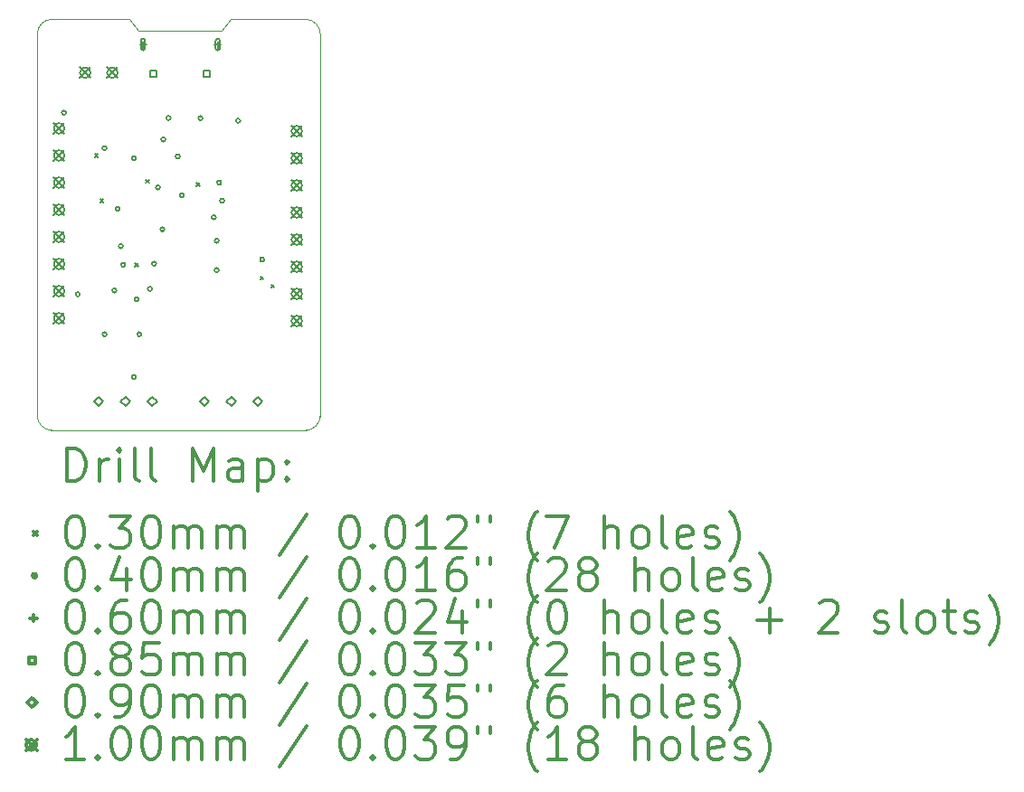
<source format=gbr>
%FSLAX45Y45*%
G04 Gerber Fmt 4.5, Leading zero omitted, Abs format (unit mm)*
G04 Created by KiCad (PCBNEW (5.1.5)-3) date 2020-03-05 02:25:59*
%MOMM*%
%LPD*%
G04 APERTURE LIST*
%TA.AperFunction,Profile*%
%ADD10C,0.100000*%
%TD*%
%ADD11C,0.200000*%
%ADD12C,0.300000*%
G04 APERTURE END LIST*
D10*
X14090000Y-7652000D02*
G75*
G02X14230000Y-7512000I140000J0D01*
G01*
X16600000Y-7512000D02*
G75*
G02X16740000Y-7652000I0J-140000D01*
G01*
X16740000Y-11222000D02*
G75*
G02X16600000Y-11362000I-140000J0D01*
G01*
X14230000Y-11362000D02*
G75*
G02X14090000Y-11222000I0J140000D01*
G01*
X14090000Y-11222000D02*
X14090000Y-7657000D01*
X16610000Y-11362000D02*
X14220000Y-11362000D01*
X16740000Y-7652000D02*
X16740000Y-11232000D01*
X15900000Y-7512000D02*
X16610000Y-7512000D01*
X15820000Y-7622000D02*
X15900000Y-7512000D01*
X15040000Y-7622000D02*
X15820000Y-7622000D01*
X14950000Y-7512000D02*
X15040000Y-7622000D01*
X14230000Y-7512000D02*
X14950000Y-7512000D01*
D11*
X14630000Y-8772000D02*
X14660000Y-8802000D01*
X14660000Y-8772000D02*
X14630000Y-8802000D01*
X14680000Y-9197000D02*
X14710000Y-9227000D01*
X14710000Y-9197000D02*
X14680000Y-9227000D01*
X15005000Y-9797000D02*
X15035000Y-9827000D01*
X15035000Y-9797000D02*
X15005000Y-9827000D01*
X15105000Y-9014500D02*
X15135000Y-9044500D01*
X15135000Y-9014500D02*
X15105000Y-9044500D01*
X15579191Y-9043395D02*
X15609191Y-9073395D01*
X15609191Y-9043395D02*
X15579191Y-9073395D01*
X16176841Y-9918841D02*
X16206841Y-9948841D01*
X16206841Y-9918841D02*
X16176841Y-9948841D01*
X16280000Y-9997000D02*
X16310000Y-10027000D01*
X16310000Y-9997000D02*
X16280000Y-10027000D01*
X14360000Y-8387000D02*
G75*
G03X14360000Y-8387000I-20000J0D01*
G01*
X14490000Y-10087000D02*
G75*
G03X14490000Y-10087000I-20000J0D01*
G01*
X14738935Y-8719106D02*
G75*
G03X14738935Y-8719106I-20000J0D01*
G01*
X14740000Y-10462000D02*
G75*
G03X14740000Y-10462000I-20000J0D01*
G01*
X14831938Y-10052468D02*
G75*
G03X14831938Y-10052468I-20000J0D01*
G01*
X14861380Y-9287000D02*
G75*
G03X14861380Y-9287000I-20000J0D01*
G01*
X14892499Y-9637000D02*
G75*
G03X14892499Y-9637000I-20000J0D01*
G01*
X14915000Y-9812000D02*
G75*
G03X14915000Y-9812000I-20000J0D01*
G01*
X15015000Y-8812000D02*
G75*
G03X15015000Y-8812000I-20000J0D01*
G01*
X15015000Y-10862000D02*
G75*
G03X15015000Y-10862000I-20000J0D01*
G01*
X15040381Y-10134411D02*
G75*
G03X15040381Y-10134411I-20000J0D01*
G01*
X15065000Y-10462000D02*
G75*
G03X15065000Y-10462000I-20000J0D01*
G01*
X15165000Y-10037000D02*
G75*
G03X15165000Y-10037000I-20000J0D01*
G01*
X15204302Y-9801076D02*
G75*
G03X15204302Y-9801076I-20000J0D01*
G01*
X15240000Y-9087000D02*
G75*
G03X15240000Y-9087000I-20000J0D01*
G01*
X15281435Y-9478435D02*
G75*
G03X15281435Y-9478435I-20000J0D01*
G01*
X15290000Y-8637000D02*
G75*
G03X15290000Y-8637000I-20000J0D01*
G01*
X15340000Y-8437000D02*
G75*
G03X15340000Y-8437000I-20000J0D01*
G01*
X15424765Y-8796765D02*
G75*
G03X15424765Y-8796765I-20000J0D01*
G01*
X15465000Y-9159499D02*
G75*
G03X15465000Y-9159499I-20000J0D01*
G01*
X15637500Y-8437000D02*
G75*
G03X15637500Y-8437000I-20000J0D01*
G01*
X15761785Y-9366300D02*
G75*
G03X15761785Y-9366300I-20000J0D01*
G01*
X15790000Y-9587000D02*
G75*
G03X15790000Y-9587000I-20000J0D01*
G01*
X15790000Y-9862000D02*
G75*
G03X15790000Y-9862000I-20000J0D01*
G01*
X15812608Y-9041999D02*
G75*
G03X15812608Y-9041999I-20000J0D01*
G01*
X15840000Y-9211999D02*
G75*
G03X15840000Y-9211999I-20000J0D01*
G01*
X15990000Y-8462000D02*
G75*
G03X15990000Y-8462000I-20000J0D01*
G01*
X16215000Y-9762000D02*
G75*
G03X16215000Y-9762000I-20000J0D01*
G01*
X15080000Y-7718250D02*
X15080000Y-7778250D01*
X15050000Y-7748250D02*
X15110000Y-7748250D01*
X15100000Y-7783250D02*
X15100000Y-7713250D01*
X15060000Y-7783250D02*
X15060000Y-7713250D01*
X15100000Y-7713250D02*
G75*
G03X15060000Y-7713250I-20000J0D01*
G01*
X15060000Y-7783250D02*
G75*
G03X15100000Y-7783250I20000J0D01*
G01*
X15780000Y-7718250D02*
X15780000Y-7778250D01*
X15750000Y-7748250D02*
X15810000Y-7748250D01*
X15760000Y-7713250D02*
X15760000Y-7783250D01*
X15800000Y-7713250D02*
X15800000Y-7783250D01*
X15760000Y-7783250D02*
G75*
G03X15800000Y-7783250I20000J0D01*
G01*
X15800000Y-7713250D02*
G75*
G03X15760000Y-7713250I-20000J0D01*
G01*
X15210052Y-8048302D02*
X15210052Y-7988198D01*
X15149948Y-7988198D01*
X15149948Y-8048302D01*
X15210052Y-8048302D01*
X15710052Y-8048302D02*
X15710052Y-7988198D01*
X15649948Y-7988198D01*
X15649948Y-8048302D01*
X15710052Y-8048302D01*
X14666000Y-11137000D02*
X14711000Y-11092000D01*
X14666000Y-11047000D01*
X14621000Y-11092000D01*
X14666000Y-11137000D01*
X14916000Y-11137000D02*
X14961000Y-11092000D01*
X14916000Y-11047000D01*
X14871000Y-11092000D01*
X14916000Y-11137000D01*
X15166000Y-11137000D02*
X15211000Y-11092000D01*
X15166000Y-11047000D01*
X15121000Y-11092000D01*
X15166000Y-11137000D01*
X15656000Y-11137000D02*
X15701000Y-11092000D01*
X15656000Y-11047000D01*
X15611000Y-11092000D01*
X15656000Y-11137000D01*
X15906000Y-11137000D02*
X15951000Y-11092000D01*
X15906000Y-11047000D01*
X15861000Y-11092000D01*
X15906000Y-11137000D01*
X16156000Y-11137000D02*
X16201000Y-11092000D01*
X16156000Y-11047000D01*
X16111000Y-11092000D01*
X16156000Y-11137000D01*
X14245000Y-8484000D02*
X14345000Y-8584000D01*
X14345000Y-8484000D02*
X14245000Y-8584000D01*
X14345000Y-8534000D02*
G75*
G03X14345000Y-8534000I-50000J0D01*
G01*
X14245000Y-8738000D02*
X14345000Y-8838000D01*
X14345000Y-8738000D02*
X14245000Y-8838000D01*
X14345000Y-8788000D02*
G75*
G03X14345000Y-8788000I-50000J0D01*
G01*
X14245000Y-8992000D02*
X14345000Y-9092000D01*
X14345000Y-8992000D02*
X14245000Y-9092000D01*
X14345000Y-9042000D02*
G75*
G03X14345000Y-9042000I-50000J0D01*
G01*
X14245000Y-9246000D02*
X14345000Y-9346000D01*
X14345000Y-9246000D02*
X14245000Y-9346000D01*
X14345000Y-9296000D02*
G75*
G03X14345000Y-9296000I-50000J0D01*
G01*
X14245000Y-9500000D02*
X14345000Y-9600000D01*
X14345000Y-9500000D02*
X14245000Y-9600000D01*
X14345000Y-9550000D02*
G75*
G03X14345000Y-9550000I-50000J0D01*
G01*
X14245000Y-9754000D02*
X14345000Y-9854000D01*
X14345000Y-9754000D02*
X14245000Y-9854000D01*
X14345000Y-9804000D02*
G75*
G03X14345000Y-9804000I-50000J0D01*
G01*
X14245000Y-10008000D02*
X14345000Y-10108000D01*
X14345000Y-10008000D02*
X14245000Y-10108000D01*
X14345000Y-10058000D02*
G75*
G03X14345000Y-10058000I-50000J0D01*
G01*
X14245000Y-10262000D02*
X14345000Y-10362000D01*
X14345000Y-10262000D02*
X14245000Y-10362000D01*
X14345000Y-10312000D02*
G75*
G03X14345000Y-10312000I-50000J0D01*
G01*
X16470000Y-8509000D02*
X16570000Y-8609000D01*
X16570000Y-8509000D02*
X16470000Y-8609000D01*
X16570000Y-8559000D02*
G75*
G03X16570000Y-8559000I-50000J0D01*
G01*
X16470000Y-8763000D02*
X16570000Y-8863000D01*
X16570000Y-8763000D02*
X16470000Y-8863000D01*
X16570000Y-8813000D02*
G75*
G03X16570000Y-8813000I-50000J0D01*
G01*
X16470000Y-9017000D02*
X16570000Y-9117000D01*
X16570000Y-9017000D02*
X16470000Y-9117000D01*
X16570000Y-9067000D02*
G75*
G03X16570000Y-9067000I-50000J0D01*
G01*
X16470000Y-9271000D02*
X16570000Y-9371000D01*
X16570000Y-9271000D02*
X16470000Y-9371000D01*
X16570000Y-9321000D02*
G75*
G03X16570000Y-9321000I-50000J0D01*
G01*
X16470000Y-9525000D02*
X16570000Y-9625000D01*
X16570000Y-9525000D02*
X16470000Y-9625000D01*
X16570000Y-9575000D02*
G75*
G03X16570000Y-9575000I-50000J0D01*
G01*
X16470000Y-9779000D02*
X16570000Y-9879000D01*
X16570000Y-9779000D02*
X16470000Y-9879000D01*
X16570000Y-9829000D02*
G75*
G03X16570000Y-9829000I-50000J0D01*
G01*
X16470000Y-10033000D02*
X16570000Y-10133000D01*
X16570000Y-10033000D02*
X16470000Y-10133000D01*
X16570000Y-10083000D02*
G75*
G03X16570000Y-10083000I-50000J0D01*
G01*
X16470000Y-10287000D02*
X16570000Y-10387000D01*
X16570000Y-10287000D02*
X16470000Y-10387000D01*
X16570000Y-10337000D02*
G75*
G03X16570000Y-10337000I-50000J0D01*
G01*
X14490000Y-7962000D02*
X14590000Y-8062000D01*
X14590000Y-7962000D02*
X14490000Y-8062000D01*
X14590000Y-8012000D02*
G75*
G03X14590000Y-8012000I-50000J0D01*
G01*
X14744000Y-7962000D02*
X14844000Y-8062000D01*
X14844000Y-7962000D02*
X14744000Y-8062000D01*
X14844000Y-8012000D02*
G75*
G03X14844000Y-8012000I-50000J0D01*
G01*
D12*
X14371428Y-11832714D02*
X14371428Y-11532714D01*
X14442857Y-11532714D01*
X14485714Y-11547000D01*
X14514286Y-11575571D01*
X14528571Y-11604143D01*
X14542857Y-11661286D01*
X14542857Y-11704143D01*
X14528571Y-11761286D01*
X14514286Y-11789857D01*
X14485714Y-11818429D01*
X14442857Y-11832714D01*
X14371428Y-11832714D01*
X14671428Y-11832714D02*
X14671428Y-11632714D01*
X14671428Y-11689857D02*
X14685714Y-11661286D01*
X14700000Y-11647000D01*
X14728571Y-11632714D01*
X14757143Y-11632714D01*
X14857143Y-11832714D02*
X14857143Y-11632714D01*
X14857143Y-11532714D02*
X14842857Y-11547000D01*
X14857143Y-11561286D01*
X14871428Y-11547000D01*
X14857143Y-11532714D01*
X14857143Y-11561286D01*
X15042857Y-11832714D02*
X15014286Y-11818429D01*
X15000000Y-11789857D01*
X15000000Y-11532714D01*
X15200000Y-11832714D02*
X15171428Y-11818429D01*
X15157143Y-11789857D01*
X15157143Y-11532714D01*
X15542857Y-11832714D02*
X15542857Y-11532714D01*
X15642857Y-11747000D01*
X15742857Y-11532714D01*
X15742857Y-11832714D01*
X16014286Y-11832714D02*
X16014286Y-11675571D01*
X16000000Y-11647000D01*
X15971428Y-11632714D01*
X15914286Y-11632714D01*
X15885714Y-11647000D01*
X16014286Y-11818429D02*
X15985714Y-11832714D01*
X15914286Y-11832714D01*
X15885714Y-11818429D01*
X15871428Y-11789857D01*
X15871428Y-11761286D01*
X15885714Y-11732714D01*
X15914286Y-11718429D01*
X15985714Y-11718429D01*
X16014286Y-11704143D01*
X16157143Y-11632714D02*
X16157143Y-11932714D01*
X16157143Y-11647000D02*
X16185714Y-11632714D01*
X16242857Y-11632714D01*
X16271428Y-11647000D01*
X16285714Y-11661286D01*
X16300000Y-11689857D01*
X16300000Y-11775571D01*
X16285714Y-11804143D01*
X16271428Y-11818429D01*
X16242857Y-11832714D01*
X16185714Y-11832714D01*
X16157143Y-11818429D01*
X16428571Y-11804143D02*
X16442857Y-11818429D01*
X16428571Y-11832714D01*
X16414286Y-11818429D01*
X16428571Y-11804143D01*
X16428571Y-11832714D01*
X16428571Y-11647000D02*
X16442857Y-11661286D01*
X16428571Y-11675571D01*
X16414286Y-11661286D01*
X16428571Y-11647000D01*
X16428571Y-11675571D01*
X14055000Y-12312000D02*
X14085000Y-12342000D01*
X14085000Y-12312000D02*
X14055000Y-12342000D01*
X14428571Y-12162714D02*
X14457143Y-12162714D01*
X14485714Y-12177000D01*
X14500000Y-12191286D01*
X14514286Y-12219857D01*
X14528571Y-12277000D01*
X14528571Y-12348429D01*
X14514286Y-12405571D01*
X14500000Y-12434143D01*
X14485714Y-12448429D01*
X14457143Y-12462714D01*
X14428571Y-12462714D01*
X14400000Y-12448429D01*
X14385714Y-12434143D01*
X14371428Y-12405571D01*
X14357143Y-12348429D01*
X14357143Y-12277000D01*
X14371428Y-12219857D01*
X14385714Y-12191286D01*
X14400000Y-12177000D01*
X14428571Y-12162714D01*
X14657143Y-12434143D02*
X14671428Y-12448429D01*
X14657143Y-12462714D01*
X14642857Y-12448429D01*
X14657143Y-12434143D01*
X14657143Y-12462714D01*
X14771428Y-12162714D02*
X14957143Y-12162714D01*
X14857143Y-12277000D01*
X14900000Y-12277000D01*
X14928571Y-12291286D01*
X14942857Y-12305571D01*
X14957143Y-12334143D01*
X14957143Y-12405571D01*
X14942857Y-12434143D01*
X14928571Y-12448429D01*
X14900000Y-12462714D01*
X14814286Y-12462714D01*
X14785714Y-12448429D01*
X14771428Y-12434143D01*
X15142857Y-12162714D02*
X15171428Y-12162714D01*
X15200000Y-12177000D01*
X15214286Y-12191286D01*
X15228571Y-12219857D01*
X15242857Y-12277000D01*
X15242857Y-12348429D01*
X15228571Y-12405571D01*
X15214286Y-12434143D01*
X15200000Y-12448429D01*
X15171428Y-12462714D01*
X15142857Y-12462714D01*
X15114286Y-12448429D01*
X15100000Y-12434143D01*
X15085714Y-12405571D01*
X15071428Y-12348429D01*
X15071428Y-12277000D01*
X15085714Y-12219857D01*
X15100000Y-12191286D01*
X15114286Y-12177000D01*
X15142857Y-12162714D01*
X15371428Y-12462714D02*
X15371428Y-12262714D01*
X15371428Y-12291286D02*
X15385714Y-12277000D01*
X15414286Y-12262714D01*
X15457143Y-12262714D01*
X15485714Y-12277000D01*
X15500000Y-12305571D01*
X15500000Y-12462714D01*
X15500000Y-12305571D02*
X15514286Y-12277000D01*
X15542857Y-12262714D01*
X15585714Y-12262714D01*
X15614286Y-12277000D01*
X15628571Y-12305571D01*
X15628571Y-12462714D01*
X15771428Y-12462714D02*
X15771428Y-12262714D01*
X15771428Y-12291286D02*
X15785714Y-12277000D01*
X15814286Y-12262714D01*
X15857143Y-12262714D01*
X15885714Y-12277000D01*
X15900000Y-12305571D01*
X15900000Y-12462714D01*
X15900000Y-12305571D02*
X15914286Y-12277000D01*
X15942857Y-12262714D01*
X15985714Y-12262714D01*
X16014286Y-12277000D01*
X16028571Y-12305571D01*
X16028571Y-12462714D01*
X16614286Y-12148429D02*
X16357143Y-12534143D01*
X17000000Y-12162714D02*
X17028571Y-12162714D01*
X17057143Y-12177000D01*
X17071428Y-12191286D01*
X17085714Y-12219857D01*
X17100000Y-12277000D01*
X17100000Y-12348429D01*
X17085714Y-12405571D01*
X17071428Y-12434143D01*
X17057143Y-12448429D01*
X17028571Y-12462714D01*
X17000000Y-12462714D01*
X16971428Y-12448429D01*
X16957143Y-12434143D01*
X16942857Y-12405571D01*
X16928571Y-12348429D01*
X16928571Y-12277000D01*
X16942857Y-12219857D01*
X16957143Y-12191286D01*
X16971428Y-12177000D01*
X17000000Y-12162714D01*
X17228571Y-12434143D02*
X17242857Y-12448429D01*
X17228571Y-12462714D01*
X17214286Y-12448429D01*
X17228571Y-12434143D01*
X17228571Y-12462714D01*
X17428571Y-12162714D02*
X17457143Y-12162714D01*
X17485714Y-12177000D01*
X17500000Y-12191286D01*
X17514286Y-12219857D01*
X17528571Y-12277000D01*
X17528571Y-12348429D01*
X17514286Y-12405571D01*
X17500000Y-12434143D01*
X17485714Y-12448429D01*
X17457143Y-12462714D01*
X17428571Y-12462714D01*
X17400000Y-12448429D01*
X17385714Y-12434143D01*
X17371428Y-12405571D01*
X17357143Y-12348429D01*
X17357143Y-12277000D01*
X17371428Y-12219857D01*
X17385714Y-12191286D01*
X17400000Y-12177000D01*
X17428571Y-12162714D01*
X17814286Y-12462714D02*
X17642857Y-12462714D01*
X17728571Y-12462714D02*
X17728571Y-12162714D01*
X17700000Y-12205571D01*
X17671428Y-12234143D01*
X17642857Y-12248429D01*
X17928571Y-12191286D02*
X17942857Y-12177000D01*
X17971428Y-12162714D01*
X18042857Y-12162714D01*
X18071428Y-12177000D01*
X18085714Y-12191286D01*
X18100000Y-12219857D01*
X18100000Y-12248429D01*
X18085714Y-12291286D01*
X17914286Y-12462714D01*
X18100000Y-12462714D01*
X18214286Y-12162714D02*
X18214286Y-12219857D01*
X18328571Y-12162714D02*
X18328571Y-12219857D01*
X18771428Y-12577000D02*
X18757143Y-12562714D01*
X18728571Y-12519857D01*
X18714286Y-12491286D01*
X18700000Y-12448429D01*
X18685714Y-12377000D01*
X18685714Y-12319857D01*
X18700000Y-12248429D01*
X18714286Y-12205571D01*
X18728571Y-12177000D01*
X18757143Y-12134143D01*
X18771428Y-12119857D01*
X18857143Y-12162714D02*
X19057143Y-12162714D01*
X18928571Y-12462714D01*
X19400000Y-12462714D02*
X19400000Y-12162714D01*
X19528571Y-12462714D02*
X19528571Y-12305571D01*
X19514286Y-12277000D01*
X19485714Y-12262714D01*
X19442857Y-12262714D01*
X19414286Y-12277000D01*
X19400000Y-12291286D01*
X19714286Y-12462714D02*
X19685714Y-12448429D01*
X19671428Y-12434143D01*
X19657143Y-12405571D01*
X19657143Y-12319857D01*
X19671428Y-12291286D01*
X19685714Y-12277000D01*
X19714286Y-12262714D01*
X19757143Y-12262714D01*
X19785714Y-12277000D01*
X19800000Y-12291286D01*
X19814286Y-12319857D01*
X19814286Y-12405571D01*
X19800000Y-12434143D01*
X19785714Y-12448429D01*
X19757143Y-12462714D01*
X19714286Y-12462714D01*
X19985714Y-12462714D02*
X19957143Y-12448429D01*
X19942857Y-12419857D01*
X19942857Y-12162714D01*
X20214286Y-12448429D02*
X20185714Y-12462714D01*
X20128571Y-12462714D01*
X20100000Y-12448429D01*
X20085714Y-12419857D01*
X20085714Y-12305571D01*
X20100000Y-12277000D01*
X20128571Y-12262714D01*
X20185714Y-12262714D01*
X20214286Y-12277000D01*
X20228571Y-12305571D01*
X20228571Y-12334143D01*
X20085714Y-12362714D01*
X20342857Y-12448429D02*
X20371428Y-12462714D01*
X20428571Y-12462714D01*
X20457143Y-12448429D01*
X20471428Y-12419857D01*
X20471428Y-12405571D01*
X20457143Y-12377000D01*
X20428571Y-12362714D01*
X20385714Y-12362714D01*
X20357143Y-12348429D01*
X20342857Y-12319857D01*
X20342857Y-12305571D01*
X20357143Y-12277000D01*
X20385714Y-12262714D01*
X20428571Y-12262714D01*
X20457143Y-12277000D01*
X20571428Y-12577000D02*
X20585714Y-12562714D01*
X20614286Y-12519857D01*
X20628571Y-12491286D01*
X20642857Y-12448429D01*
X20657143Y-12377000D01*
X20657143Y-12319857D01*
X20642857Y-12248429D01*
X20628571Y-12205571D01*
X20614286Y-12177000D01*
X20585714Y-12134143D01*
X20571428Y-12119857D01*
X14085000Y-12723000D02*
G75*
G03X14085000Y-12723000I-20000J0D01*
G01*
X14428571Y-12558714D02*
X14457143Y-12558714D01*
X14485714Y-12573000D01*
X14500000Y-12587286D01*
X14514286Y-12615857D01*
X14528571Y-12673000D01*
X14528571Y-12744429D01*
X14514286Y-12801571D01*
X14500000Y-12830143D01*
X14485714Y-12844429D01*
X14457143Y-12858714D01*
X14428571Y-12858714D01*
X14400000Y-12844429D01*
X14385714Y-12830143D01*
X14371428Y-12801571D01*
X14357143Y-12744429D01*
X14357143Y-12673000D01*
X14371428Y-12615857D01*
X14385714Y-12587286D01*
X14400000Y-12573000D01*
X14428571Y-12558714D01*
X14657143Y-12830143D02*
X14671428Y-12844429D01*
X14657143Y-12858714D01*
X14642857Y-12844429D01*
X14657143Y-12830143D01*
X14657143Y-12858714D01*
X14928571Y-12658714D02*
X14928571Y-12858714D01*
X14857143Y-12544429D02*
X14785714Y-12758714D01*
X14971428Y-12758714D01*
X15142857Y-12558714D02*
X15171428Y-12558714D01*
X15200000Y-12573000D01*
X15214286Y-12587286D01*
X15228571Y-12615857D01*
X15242857Y-12673000D01*
X15242857Y-12744429D01*
X15228571Y-12801571D01*
X15214286Y-12830143D01*
X15200000Y-12844429D01*
X15171428Y-12858714D01*
X15142857Y-12858714D01*
X15114286Y-12844429D01*
X15100000Y-12830143D01*
X15085714Y-12801571D01*
X15071428Y-12744429D01*
X15071428Y-12673000D01*
X15085714Y-12615857D01*
X15100000Y-12587286D01*
X15114286Y-12573000D01*
X15142857Y-12558714D01*
X15371428Y-12858714D02*
X15371428Y-12658714D01*
X15371428Y-12687286D02*
X15385714Y-12673000D01*
X15414286Y-12658714D01*
X15457143Y-12658714D01*
X15485714Y-12673000D01*
X15500000Y-12701571D01*
X15500000Y-12858714D01*
X15500000Y-12701571D02*
X15514286Y-12673000D01*
X15542857Y-12658714D01*
X15585714Y-12658714D01*
X15614286Y-12673000D01*
X15628571Y-12701571D01*
X15628571Y-12858714D01*
X15771428Y-12858714D02*
X15771428Y-12658714D01*
X15771428Y-12687286D02*
X15785714Y-12673000D01*
X15814286Y-12658714D01*
X15857143Y-12658714D01*
X15885714Y-12673000D01*
X15900000Y-12701571D01*
X15900000Y-12858714D01*
X15900000Y-12701571D02*
X15914286Y-12673000D01*
X15942857Y-12658714D01*
X15985714Y-12658714D01*
X16014286Y-12673000D01*
X16028571Y-12701571D01*
X16028571Y-12858714D01*
X16614286Y-12544429D02*
X16357143Y-12930143D01*
X17000000Y-12558714D02*
X17028571Y-12558714D01*
X17057143Y-12573000D01*
X17071428Y-12587286D01*
X17085714Y-12615857D01*
X17100000Y-12673000D01*
X17100000Y-12744429D01*
X17085714Y-12801571D01*
X17071428Y-12830143D01*
X17057143Y-12844429D01*
X17028571Y-12858714D01*
X17000000Y-12858714D01*
X16971428Y-12844429D01*
X16957143Y-12830143D01*
X16942857Y-12801571D01*
X16928571Y-12744429D01*
X16928571Y-12673000D01*
X16942857Y-12615857D01*
X16957143Y-12587286D01*
X16971428Y-12573000D01*
X17000000Y-12558714D01*
X17228571Y-12830143D02*
X17242857Y-12844429D01*
X17228571Y-12858714D01*
X17214286Y-12844429D01*
X17228571Y-12830143D01*
X17228571Y-12858714D01*
X17428571Y-12558714D02*
X17457143Y-12558714D01*
X17485714Y-12573000D01*
X17500000Y-12587286D01*
X17514286Y-12615857D01*
X17528571Y-12673000D01*
X17528571Y-12744429D01*
X17514286Y-12801571D01*
X17500000Y-12830143D01*
X17485714Y-12844429D01*
X17457143Y-12858714D01*
X17428571Y-12858714D01*
X17400000Y-12844429D01*
X17385714Y-12830143D01*
X17371428Y-12801571D01*
X17357143Y-12744429D01*
X17357143Y-12673000D01*
X17371428Y-12615857D01*
X17385714Y-12587286D01*
X17400000Y-12573000D01*
X17428571Y-12558714D01*
X17814286Y-12858714D02*
X17642857Y-12858714D01*
X17728571Y-12858714D02*
X17728571Y-12558714D01*
X17700000Y-12601571D01*
X17671428Y-12630143D01*
X17642857Y-12644429D01*
X18071428Y-12558714D02*
X18014286Y-12558714D01*
X17985714Y-12573000D01*
X17971428Y-12587286D01*
X17942857Y-12630143D01*
X17928571Y-12687286D01*
X17928571Y-12801571D01*
X17942857Y-12830143D01*
X17957143Y-12844429D01*
X17985714Y-12858714D01*
X18042857Y-12858714D01*
X18071428Y-12844429D01*
X18085714Y-12830143D01*
X18100000Y-12801571D01*
X18100000Y-12730143D01*
X18085714Y-12701571D01*
X18071428Y-12687286D01*
X18042857Y-12673000D01*
X17985714Y-12673000D01*
X17957143Y-12687286D01*
X17942857Y-12701571D01*
X17928571Y-12730143D01*
X18214286Y-12558714D02*
X18214286Y-12615857D01*
X18328571Y-12558714D02*
X18328571Y-12615857D01*
X18771428Y-12973000D02*
X18757143Y-12958714D01*
X18728571Y-12915857D01*
X18714286Y-12887286D01*
X18700000Y-12844429D01*
X18685714Y-12773000D01*
X18685714Y-12715857D01*
X18700000Y-12644429D01*
X18714286Y-12601571D01*
X18728571Y-12573000D01*
X18757143Y-12530143D01*
X18771428Y-12515857D01*
X18871428Y-12587286D02*
X18885714Y-12573000D01*
X18914286Y-12558714D01*
X18985714Y-12558714D01*
X19014286Y-12573000D01*
X19028571Y-12587286D01*
X19042857Y-12615857D01*
X19042857Y-12644429D01*
X19028571Y-12687286D01*
X18857143Y-12858714D01*
X19042857Y-12858714D01*
X19214286Y-12687286D02*
X19185714Y-12673000D01*
X19171428Y-12658714D01*
X19157143Y-12630143D01*
X19157143Y-12615857D01*
X19171428Y-12587286D01*
X19185714Y-12573000D01*
X19214286Y-12558714D01*
X19271428Y-12558714D01*
X19300000Y-12573000D01*
X19314286Y-12587286D01*
X19328571Y-12615857D01*
X19328571Y-12630143D01*
X19314286Y-12658714D01*
X19300000Y-12673000D01*
X19271428Y-12687286D01*
X19214286Y-12687286D01*
X19185714Y-12701571D01*
X19171428Y-12715857D01*
X19157143Y-12744429D01*
X19157143Y-12801571D01*
X19171428Y-12830143D01*
X19185714Y-12844429D01*
X19214286Y-12858714D01*
X19271428Y-12858714D01*
X19300000Y-12844429D01*
X19314286Y-12830143D01*
X19328571Y-12801571D01*
X19328571Y-12744429D01*
X19314286Y-12715857D01*
X19300000Y-12701571D01*
X19271428Y-12687286D01*
X19685714Y-12858714D02*
X19685714Y-12558714D01*
X19814286Y-12858714D02*
X19814286Y-12701571D01*
X19800000Y-12673000D01*
X19771428Y-12658714D01*
X19728571Y-12658714D01*
X19700000Y-12673000D01*
X19685714Y-12687286D01*
X20000000Y-12858714D02*
X19971428Y-12844429D01*
X19957143Y-12830143D01*
X19942857Y-12801571D01*
X19942857Y-12715857D01*
X19957143Y-12687286D01*
X19971428Y-12673000D01*
X20000000Y-12658714D01*
X20042857Y-12658714D01*
X20071428Y-12673000D01*
X20085714Y-12687286D01*
X20100000Y-12715857D01*
X20100000Y-12801571D01*
X20085714Y-12830143D01*
X20071428Y-12844429D01*
X20042857Y-12858714D01*
X20000000Y-12858714D01*
X20271428Y-12858714D02*
X20242857Y-12844429D01*
X20228571Y-12815857D01*
X20228571Y-12558714D01*
X20500000Y-12844429D02*
X20471428Y-12858714D01*
X20414286Y-12858714D01*
X20385714Y-12844429D01*
X20371428Y-12815857D01*
X20371428Y-12701571D01*
X20385714Y-12673000D01*
X20414286Y-12658714D01*
X20471428Y-12658714D01*
X20500000Y-12673000D01*
X20514286Y-12701571D01*
X20514286Y-12730143D01*
X20371428Y-12758714D01*
X20628571Y-12844429D02*
X20657143Y-12858714D01*
X20714286Y-12858714D01*
X20742857Y-12844429D01*
X20757143Y-12815857D01*
X20757143Y-12801571D01*
X20742857Y-12773000D01*
X20714286Y-12758714D01*
X20671428Y-12758714D01*
X20642857Y-12744429D01*
X20628571Y-12715857D01*
X20628571Y-12701571D01*
X20642857Y-12673000D01*
X20671428Y-12658714D01*
X20714286Y-12658714D01*
X20742857Y-12673000D01*
X20857143Y-12973000D02*
X20871428Y-12958714D01*
X20900000Y-12915857D01*
X20914286Y-12887286D01*
X20928571Y-12844429D01*
X20942857Y-12773000D01*
X20942857Y-12715857D01*
X20928571Y-12644429D01*
X20914286Y-12601571D01*
X20900000Y-12573000D01*
X20871428Y-12530143D01*
X20857143Y-12515857D01*
X14055000Y-13089000D02*
X14055000Y-13149000D01*
X14025000Y-13119000D02*
X14085000Y-13119000D01*
X14428571Y-12954714D02*
X14457143Y-12954714D01*
X14485714Y-12969000D01*
X14500000Y-12983286D01*
X14514286Y-13011857D01*
X14528571Y-13069000D01*
X14528571Y-13140429D01*
X14514286Y-13197571D01*
X14500000Y-13226143D01*
X14485714Y-13240429D01*
X14457143Y-13254714D01*
X14428571Y-13254714D01*
X14400000Y-13240429D01*
X14385714Y-13226143D01*
X14371428Y-13197571D01*
X14357143Y-13140429D01*
X14357143Y-13069000D01*
X14371428Y-13011857D01*
X14385714Y-12983286D01*
X14400000Y-12969000D01*
X14428571Y-12954714D01*
X14657143Y-13226143D02*
X14671428Y-13240429D01*
X14657143Y-13254714D01*
X14642857Y-13240429D01*
X14657143Y-13226143D01*
X14657143Y-13254714D01*
X14928571Y-12954714D02*
X14871428Y-12954714D01*
X14842857Y-12969000D01*
X14828571Y-12983286D01*
X14800000Y-13026143D01*
X14785714Y-13083286D01*
X14785714Y-13197571D01*
X14800000Y-13226143D01*
X14814286Y-13240429D01*
X14842857Y-13254714D01*
X14900000Y-13254714D01*
X14928571Y-13240429D01*
X14942857Y-13226143D01*
X14957143Y-13197571D01*
X14957143Y-13126143D01*
X14942857Y-13097571D01*
X14928571Y-13083286D01*
X14900000Y-13069000D01*
X14842857Y-13069000D01*
X14814286Y-13083286D01*
X14800000Y-13097571D01*
X14785714Y-13126143D01*
X15142857Y-12954714D02*
X15171428Y-12954714D01*
X15200000Y-12969000D01*
X15214286Y-12983286D01*
X15228571Y-13011857D01*
X15242857Y-13069000D01*
X15242857Y-13140429D01*
X15228571Y-13197571D01*
X15214286Y-13226143D01*
X15200000Y-13240429D01*
X15171428Y-13254714D01*
X15142857Y-13254714D01*
X15114286Y-13240429D01*
X15100000Y-13226143D01*
X15085714Y-13197571D01*
X15071428Y-13140429D01*
X15071428Y-13069000D01*
X15085714Y-13011857D01*
X15100000Y-12983286D01*
X15114286Y-12969000D01*
X15142857Y-12954714D01*
X15371428Y-13254714D02*
X15371428Y-13054714D01*
X15371428Y-13083286D02*
X15385714Y-13069000D01*
X15414286Y-13054714D01*
X15457143Y-13054714D01*
X15485714Y-13069000D01*
X15500000Y-13097571D01*
X15500000Y-13254714D01*
X15500000Y-13097571D02*
X15514286Y-13069000D01*
X15542857Y-13054714D01*
X15585714Y-13054714D01*
X15614286Y-13069000D01*
X15628571Y-13097571D01*
X15628571Y-13254714D01*
X15771428Y-13254714D02*
X15771428Y-13054714D01*
X15771428Y-13083286D02*
X15785714Y-13069000D01*
X15814286Y-13054714D01*
X15857143Y-13054714D01*
X15885714Y-13069000D01*
X15900000Y-13097571D01*
X15900000Y-13254714D01*
X15900000Y-13097571D02*
X15914286Y-13069000D01*
X15942857Y-13054714D01*
X15985714Y-13054714D01*
X16014286Y-13069000D01*
X16028571Y-13097571D01*
X16028571Y-13254714D01*
X16614286Y-12940429D02*
X16357143Y-13326143D01*
X17000000Y-12954714D02*
X17028571Y-12954714D01*
X17057143Y-12969000D01*
X17071428Y-12983286D01*
X17085714Y-13011857D01*
X17100000Y-13069000D01*
X17100000Y-13140429D01*
X17085714Y-13197571D01*
X17071428Y-13226143D01*
X17057143Y-13240429D01*
X17028571Y-13254714D01*
X17000000Y-13254714D01*
X16971428Y-13240429D01*
X16957143Y-13226143D01*
X16942857Y-13197571D01*
X16928571Y-13140429D01*
X16928571Y-13069000D01*
X16942857Y-13011857D01*
X16957143Y-12983286D01*
X16971428Y-12969000D01*
X17000000Y-12954714D01*
X17228571Y-13226143D02*
X17242857Y-13240429D01*
X17228571Y-13254714D01*
X17214286Y-13240429D01*
X17228571Y-13226143D01*
X17228571Y-13254714D01*
X17428571Y-12954714D02*
X17457143Y-12954714D01*
X17485714Y-12969000D01*
X17500000Y-12983286D01*
X17514286Y-13011857D01*
X17528571Y-13069000D01*
X17528571Y-13140429D01*
X17514286Y-13197571D01*
X17500000Y-13226143D01*
X17485714Y-13240429D01*
X17457143Y-13254714D01*
X17428571Y-13254714D01*
X17400000Y-13240429D01*
X17385714Y-13226143D01*
X17371428Y-13197571D01*
X17357143Y-13140429D01*
X17357143Y-13069000D01*
X17371428Y-13011857D01*
X17385714Y-12983286D01*
X17400000Y-12969000D01*
X17428571Y-12954714D01*
X17642857Y-12983286D02*
X17657143Y-12969000D01*
X17685714Y-12954714D01*
X17757143Y-12954714D01*
X17785714Y-12969000D01*
X17800000Y-12983286D01*
X17814286Y-13011857D01*
X17814286Y-13040429D01*
X17800000Y-13083286D01*
X17628571Y-13254714D01*
X17814286Y-13254714D01*
X18071428Y-13054714D02*
X18071428Y-13254714D01*
X18000000Y-12940429D02*
X17928571Y-13154714D01*
X18114286Y-13154714D01*
X18214286Y-12954714D02*
X18214286Y-13011857D01*
X18328571Y-12954714D02*
X18328571Y-13011857D01*
X18771428Y-13369000D02*
X18757143Y-13354714D01*
X18728571Y-13311857D01*
X18714286Y-13283286D01*
X18700000Y-13240429D01*
X18685714Y-13169000D01*
X18685714Y-13111857D01*
X18700000Y-13040429D01*
X18714286Y-12997571D01*
X18728571Y-12969000D01*
X18757143Y-12926143D01*
X18771428Y-12911857D01*
X18942857Y-12954714D02*
X18971428Y-12954714D01*
X19000000Y-12969000D01*
X19014286Y-12983286D01*
X19028571Y-13011857D01*
X19042857Y-13069000D01*
X19042857Y-13140429D01*
X19028571Y-13197571D01*
X19014286Y-13226143D01*
X19000000Y-13240429D01*
X18971428Y-13254714D01*
X18942857Y-13254714D01*
X18914286Y-13240429D01*
X18900000Y-13226143D01*
X18885714Y-13197571D01*
X18871428Y-13140429D01*
X18871428Y-13069000D01*
X18885714Y-13011857D01*
X18900000Y-12983286D01*
X18914286Y-12969000D01*
X18942857Y-12954714D01*
X19400000Y-13254714D02*
X19400000Y-12954714D01*
X19528571Y-13254714D02*
X19528571Y-13097571D01*
X19514286Y-13069000D01*
X19485714Y-13054714D01*
X19442857Y-13054714D01*
X19414286Y-13069000D01*
X19400000Y-13083286D01*
X19714286Y-13254714D02*
X19685714Y-13240429D01*
X19671428Y-13226143D01*
X19657143Y-13197571D01*
X19657143Y-13111857D01*
X19671428Y-13083286D01*
X19685714Y-13069000D01*
X19714286Y-13054714D01*
X19757143Y-13054714D01*
X19785714Y-13069000D01*
X19800000Y-13083286D01*
X19814286Y-13111857D01*
X19814286Y-13197571D01*
X19800000Y-13226143D01*
X19785714Y-13240429D01*
X19757143Y-13254714D01*
X19714286Y-13254714D01*
X19985714Y-13254714D02*
X19957143Y-13240429D01*
X19942857Y-13211857D01*
X19942857Y-12954714D01*
X20214286Y-13240429D02*
X20185714Y-13254714D01*
X20128571Y-13254714D01*
X20100000Y-13240429D01*
X20085714Y-13211857D01*
X20085714Y-13097571D01*
X20100000Y-13069000D01*
X20128571Y-13054714D01*
X20185714Y-13054714D01*
X20214286Y-13069000D01*
X20228571Y-13097571D01*
X20228571Y-13126143D01*
X20085714Y-13154714D01*
X20342857Y-13240429D02*
X20371428Y-13254714D01*
X20428571Y-13254714D01*
X20457143Y-13240429D01*
X20471428Y-13211857D01*
X20471428Y-13197571D01*
X20457143Y-13169000D01*
X20428571Y-13154714D01*
X20385714Y-13154714D01*
X20357143Y-13140429D01*
X20342857Y-13111857D01*
X20342857Y-13097571D01*
X20357143Y-13069000D01*
X20385714Y-13054714D01*
X20428571Y-13054714D01*
X20457143Y-13069000D01*
X20828571Y-13140429D02*
X21057143Y-13140429D01*
X20942857Y-13254714D02*
X20942857Y-13026143D01*
X21414286Y-12983286D02*
X21428571Y-12969000D01*
X21457143Y-12954714D01*
X21528571Y-12954714D01*
X21557143Y-12969000D01*
X21571428Y-12983286D01*
X21585714Y-13011857D01*
X21585714Y-13040429D01*
X21571428Y-13083286D01*
X21400000Y-13254714D01*
X21585714Y-13254714D01*
X21928571Y-13240429D02*
X21957143Y-13254714D01*
X22014286Y-13254714D01*
X22042857Y-13240429D01*
X22057143Y-13211857D01*
X22057143Y-13197571D01*
X22042857Y-13169000D01*
X22014286Y-13154714D01*
X21971428Y-13154714D01*
X21942857Y-13140429D01*
X21928571Y-13111857D01*
X21928571Y-13097571D01*
X21942857Y-13069000D01*
X21971428Y-13054714D01*
X22014286Y-13054714D01*
X22042857Y-13069000D01*
X22228571Y-13254714D02*
X22200000Y-13240429D01*
X22185714Y-13211857D01*
X22185714Y-12954714D01*
X22385714Y-13254714D02*
X22357143Y-13240429D01*
X22342857Y-13226143D01*
X22328571Y-13197571D01*
X22328571Y-13111857D01*
X22342857Y-13083286D01*
X22357143Y-13069000D01*
X22385714Y-13054714D01*
X22428571Y-13054714D01*
X22457143Y-13069000D01*
X22471428Y-13083286D01*
X22485714Y-13111857D01*
X22485714Y-13197571D01*
X22471428Y-13226143D01*
X22457143Y-13240429D01*
X22428571Y-13254714D01*
X22385714Y-13254714D01*
X22571428Y-13054714D02*
X22685714Y-13054714D01*
X22614286Y-12954714D02*
X22614286Y-13211857D01*
X22628571Y-13240429D01*
X22657143Y-13254714D01*
X22685714Y-13254714D01*
X22771428Y-13240429D02*
X22800000Y-13254714D01*
X22857143Y-13254714D01*
X22885714Y-13240429D01*
X22900000Y-13211857D01*
X22900000Y-13197571D01*
X22885714Y-13169000D01*
X22857143Y-13154714D01*
X22814286Y-13154714D01*
X22785714Y-13140429D01*
X22771428Y-13111857D01*
X22771428Y-13097571D01*
X22785714Y-13069000D01*
X22814286Y-13054714D01*
X22857143Y-13054714D01*
X22885714Y-13069000D01*
X23000000Y-13369000D02*
X23014286Y-13354714D01*
X23042857Y-13311857D01*
X23057143Y-13283286D01*
X23071428Y-13240429D01*
X23085714Y-13169000D01*
X23085714Y-13111857D01*
X23071428Y-13040429D01*
X23057143Y-12997571D01*
X23042857Y-12969000D01*
X23014286Y-12926143D01*
X23000000Y-12911857D01*
X14072552Y-13545052D02*
X14072552Y-13484948D01*
X14012448Y-13484948D01*
X14012448Y-13545052D01*
X14072552Y-13545052D01*
X14428571Y-13350714D02*
X14457143Y-13350714D01*
X14485714Y-13365000D01*
X14500000Y-13379286D01*
X14514286Y-13407857D01*
X14528571Y-13465000D01*
X14528571Y-13536429D01*
X14514286Y-13593571D01*
X14500000Y-13622143D01*
X14485714Y-13636429D01*
X14457143Y-13650714D01*
X14428571Y-13650714D01*
X14400000Y-13636429D01*
X14385714Y-13622143D01*
X14371428Y-13593571D01*
X14357143Y-13536429D01*
X14357143Y-13465000D01*
X14371428Y-13407857D01*
X14385714Y-13379286D01*
X14400000Y-13365000D01*
X14428571Y-13350714D01*
X14657143Y-13622143D02*
X14671428Y-13636429D01*
X14657143Y-13650714D01*
X14642857Y-13636429D01*
X14657143Y-13622143D01*
X14657143Y-13650714D01*
X14842857Y-13479286D02*
X14814286Y-13465000D01*
X14800000Y-13450714D01*
X14785714Y-13422143D01*
X14785714Y-13407857D01*
X14800000Y-13379286D01*
X14814286Y-13365000D01*
X14842857Y-13350714D01*
X14900000Y-13350714D01*
X14928571Y-13365000D01*
X14942857Y-13379286D01*
X14957143Y-13407857D01*
X14957143Y-13422143D01*
X14942857Y-13450714D01*
X14928571Y-13465000D01*
X14900000Y-13479286D01*
X14842857Y-13479286D01*
X14814286Y-13493571D01*
X14800000Y-13507857D01*
X14785714Y-13536429D01*
X14785714Y-13593571D01*
X14800000Y-13622143D01*
X14814286Y-13636429D01*
X14842857Y-13650714D01*
X14900000Y-13650714D01*
X14928571Y-13636429D01*
X14942857Y-13622143D01*
X14957143Y-13593571D01*
X14957143Y-13536429D01*
X14942857Y-13507857D01*
X14928571Y-13493571D01*
X14900000Y-13479286D01*
X15228571Y-13350714D02*
X15085714Y-13350714D01*
X15071428Y-13493571D01*
X15085714Y-13479286D01*
X15114286Y-13465000D01*
X15185714Y-13465000D01*
X15214286Y-13479286D01*
X15228571Y-13493571D01*
X15242857Y-13522143D01*
X15242857Y-13593571D01*
X15228571Y-13622143D01*
X15214286Y-13636429D01*
X15185714Y-13650714D01*
X15114286Y-13650714D01*
X15085714Y-13636429D01*
X15071428Y-13622143D01*
X15371428Y-13650714D02*
X15371428Y-13450714D01*
X15371428Y-13479286D02*
X15385714Y-13465000D01*
X15414286Y-13450714D01*
X15457143Y-13450714D01*
X15485714Y-13465000D01*
X15500000Y-13493571D01*
X15500000Y-13650714D01*
X15500000Y-13493571D02*
X15514286Y-13465000D01*
X15542857Y-13450714D01*
X15585714Y-13450714D01*
X15614286Y-13465000D01*
X15628571Y-13493571D01*
X15628571Y-13650714D01*
X15771428Y-13650714D02*
X15771428Y-13450714D01*
X15771428Y-13479286D02*
X15785714Y-13465000D01*
X15814286Y-13450714D01*
X15857143Y-13450714D01*
X15885714Y-13465000D01*
X15900000Y-13493571D01*
X15900000Y-13650714D01*
X15900000Y-13493571D02*
X15914286Y-13465000D01*
X15942857Y-13450714D01*
X15985714Y-13450714D01*
X16014286Y-13465000D01*
X16028571Y-13493571D01*
X16028571Y-13650714D01*
X16614286Y-13336429D02*
X16357143Y-13722143D01*
X17000000Y-13350714D02*
X17028571Y-13350714D01*
X17057143Y-13365000D01*
X17071428Y-13379286D01*
X17085714Y-13407857D01*
X17100000Y-13465000D01*
X17100000Y-13536429D01*
X17085714Y-13593571D01*
X17071428Y-13622143D01*
X17057143Y-13636429D01*
X17028571Y-13650714D01*
X17000000Y-13650714D01*
X16971428Y-13636429D01*
X16957143Y-13622143D01*
X16942857Y-13593571D01*
X16928571Y-13536429D01*
X16928571Y-13465000D01*
X16942857Y-13407857D01*
X16957143Y-13379286D01*
X16971428Y-13365000D01*
X17000000Y-13350714D01*
X17228571Y-13622143D02*
X17242857Y-13636429D01*
X17228571Y-13650714D01*
X17214286Y-13636429D01*
X17228571Y-13622143D01*
X17228571Y-13650714D01*
X17428571Y-13350714D02*
X17457143Y-13350714D01*
X17485714Y-13365000D01*
X17500000Y-13379286D01*
X17514286Y-13407857D01*
X17528571Y-13465000D01*
X17528571Y-13536429D01*
X17514286Y-13593571D01*
X17500000Y-13622143D01*
X17485714Y-13636429D01*
X17457143Y-13650714D01*
X17428571Y-13650714D01*
X17400000Y-13636429D01*
X17385714Y-13622143D01*
X17371428Y-13593571D01*
X17357143Y-13536429D01*
X17357143Y-13465000D01*
X17371428Y-13407857D01*
X17385714Y-13379286D01*
X17400000Y-13365000D01*
X17428571Y-13350714D01*
X17628571Y-13350714D02*
X17814286Y-13350714D01*
X17714286Y-13465000D01*
X17757143Y-13465000D01*
X17785714Y-13479286D01*
X17800000Y-13493571D01*
X17814286Y-13522143D01*
X17814286Y-13593571D01*
X17800000Y-13622143D01*
X17785714Y-13636429D01*
X17757143Y-13650714D01*
X17671428Y-13650714D01*
X17642857Y-13636429D01*
X17628571Y-13622143D01*
X17914286Y-13350714D02*
X18100000Y-13350714D01*
X18000000Y-13465000D01*
X18042857Y-13465000D01*
X18071428Y-13479286D01*
X18085714Y-13493571D01*
X18100000Y-13522143D01*
X18100000Y-13593571D01*
X18085714Y-13622143D01*
X18071428Y-13636429D01*
X18042857Y-13650714D01*
X17957143Y-13650714D01*
X17928571Y-13636429D01*
X17914286Y-13622143D01*
X18214286Y-13350714D02*
X18214286Y-13407857D01*
X18328571Y-13350714D02*
X18328571Y-13407857D01*
X18771428Y-13765000D02*
X18757143Y-13750714D01*
X18728571Y-13707857D01*
X18714286Y-13679286D01*
X18700000Y-13636429D01*
X18685714Y-13565000D01*
X18685714Y-13507857D01*
X18700000Y-13436429D01*
X18714286Y-13393571D01*
X18728571Y-13365000D01*
X18757143Y-13322143D01*
X18771428Y-13307857D01*
X18871428Y-13379286D02*
X18885714Y-13365000D01*
X18914286Y-13350714D01*
X18985714Y-13350714D01*
X19014286Y-13365000D01*
X19028571Y-13379286D01*
X19042857Y-13407857D01*
X19042857Y-13436429D01*
X19028571Y-13479286D01*
X18857143Y-13650714D01*
X19042857Y-13650714D01*
X19400000Y-13650714D02*
X19400000Y-13350714D01*
X19528571Y-13650714D02*
X19528571Y-13493571D01*
X19514286Y-13465000D01*
X19485714Y-13450714D01*
X19442857Y-13450714D01*
X19414286Y-13465000D01*
X19400000Y-13479286D01*
X19714286Y-13650714D02*
X19685714Y-13636429D01*
X19671428Y-13622143D01*
X19657143Y-13593571D01*
X19657143Y-13507857D01*
X19671428Y-13479286D01*
X19685714Y-13465000D01*
X19714286Y-13450714D01*
X19757143Y-13450714D01*
X19785714Y-13465000D01*
X19800000Y-13479286D01*
X19814286Y-13507857D01*
X19814286Y-13593571D01*
X19800000Y-13622143D01*
X19785714Y-13636429D01*
X19757143Y-13650714D01*
X19714286Y-13650714D01*
X19985714Y-13650714D02*
X19957143Y-13636429D01*
X19942857Y-13607857D01*
X19942857Y-13350714D01*
X20214286Y-13636429D02*
X20185714Y-13650714D01*
X20128571Y-13650714D01*
X20100000Y-13636429D01*
X20085714Y-13607857D01*
X20085714Y-13493571D01*
X20100000Y-13465000D01*
X20128571Y-13450714D01*
X20185714Y-13450714D01*
X20214286Y-13465000D01*
X20228571Y-13493571D01*
X20228571Y-13522143D01*
X20085714Y-13550714D01*
X20342857Y-13636429D02*
X20371428Y-13650714D01*
X20428571Y-13650714D01*
X20457143Y-13636429D01*
X20471428Y-13607857D01*
X20471428Y-13593571D01*
X20457143Y-13565000D01*
X20428571Y-13550714D01*
X20385714Y-13550714D01*
X20357143Y-13536429D01*
X20342857Y-13507857D01*
X20342857Y-13493571D01*
X20357143Y-13465000D01*
X20385714Y-13450714D01*
X20428571Y-13450714D01*
X20457143Y-13465000D01*
X20571428Y-13765000D02*
X20585714Y-13750714D01*
X20614286Y-13707857D01*
X20628571Y-13679286D01*
X20642857Y-13636429D01*
X20657143Y-13565000D01*
X20657143Y-13507857D01*
X20642857Y-13436429D01*
X20628571Y-13393571D01*
X20614286Y-13365000D01*
X20585714Y-13322143D01*
X20571428Y-13307857D01*
X14040000Y-13956000D02*
X14085000Y-13911000D01*
X14040000Y-13866000D01*
X13995000Y-13911000D01*
X14040000Y-13956000D01*
X14428571Y-13746714D02*
X14457143Y-13746714D01*
X14485714Y-13761000D01*
X14500000Y-13775286D01*
X14514286Y-13803857D01*
X14528571Y-13861000D01*
X14528571Y-13932429D01*
X14514286Y-13989571D01*
X14500000Y-14018143D01*
X14485714Y-14032429D01*
X14457143Y-14046714D01*
X14428571Y-14046714D01*
X14400000Y-14032429D01*
X14385714Y-14018143D01*
X14371428Y-13989571D01*
X14357143Y-13932429D01*
X14357143Y-13861000D01*
X14371428Y-13803857D01*
X14385714Y-13775286D01*
X14400000Y-13761000D01*
X14428571Y-13746714D01*
X14657143Y-14018143D02*
X14671428Y-14032429D01*
X14657143Y-14046714D01*
X14642857Y-14032429D01*
X14657143Y-14018143D01*
X14657143Y-14046714D01*
X14814286Y-14046714D02*
X14871428Y-14046714D01*
X14900000Y-14032429D01*
X14914286Y-14018143D01*
X14942857Y-13975286D01*
X14957143Y-13918143D01*
X14957143Y-13803857D01*
X14942857Y-13775286D01*
X14928571Y-13761000D01*
X14900000Y-13746714D01*
X14842857Y-13746714D01*
X14814286Y-13761000D01*
X14800000Y-13775286D01*
X14785714Y-13803857D01*
X14785714Y-13875286D01*
X14800000Y-13903857D01*
X14814286Y-13918143D01*
X14842857Y-13932429D01*
X14900000Y-13932429D01*
X14928571Y-13918143D01*
X14942857Y-13903857D01*
X14957143Y-13875286D01*
X15142857Y-13746714D02*
X15171428Y-13746714D01*
X15200000Y-13761000D01*
X15214286Y-13775286D01*
X15228571Y-13803857D01*
X15242857Y-13861000D01*
X15242857Y-13932429D01*
X15228571Y-13989571D01*
X15214286Y-14018143D01*
X15200000Y-14032429D01*
X15171428Y-14046714D01*
X15142857Y-14046714D01*
X15114286Y-14032429D01*
X15100000Y-14018143D01*
X15085714Y-13989571D01*
X15071428Y-13932429D01*
X15071428Y-13861000D01*
X15085714Y-13803857D01*
X15100000Y-13775286D01*
X15114286Y-13761000D01*
X15142857Y-13746714D01*
X15371428Y-14046714D02*
X15371428Y-13846714D01*
X15371428Y-13875286D02*
X15385714Y-13861000D01*
X15414286Y-13846714D01*
X15457143Y-13846714D01*
X15485714Y-13861000D01*
X15500000Y-13889571D01*
X15500000Y-14046714D01*
X15500000Y-13889571D02*
X15514286Y-13861000D01*
X15542857Y-13846714D01*
X15585714Y-13846714D01*
X15614286Y-13861000D01*
X15628571Y-13889571D01*
X15628571Y-14046714D01*
X15771428Y-14046714D02*
X15771428Y-13846714D01*
X15771428Y-13875286D02*
X15785714Y-13861000D01*
X15814286Y-13846714D01*
X15857143Y-13846714D01*
X15885714Y-13861000D01*
X15900000Y-13889571D01*
X15900000Y-14046714D01*
X15900000Y-13889571D02*
X15914286Y-13861000D01*
X15942857Y-13846714D01*
X15985714Y-13846714D01*
X16014286Y-13861000D01*
X16028571Y-13889571D01*
X16028571Y-14046714D01*
X16614286Y-13732429D02*
X16357143Y-14118143D01*
X17000000Y-13746714D02*
X17028571Y-13746714D01*
X17057143Y-13761000D01*
X17071428Y-13775286D01*
X17085714Y-13803857D01*
X17100000Y-13861000D01*
X17100000Y-13932429D01*
X17085714Y-13989571D01*
X17071428Y-14018143D01*
X17057143Y-14032429D01*
X17028571Y-14046714D01*
X17000000Y-14046714D01*
X16971428Y-14032429D01*
X16957143Y-14018143D01*
X16942857Y-13989571D01*
X16928571Y-13932429D01*
X16928571Y-13861000D01*
X16942857Y-13803857D01*
X16957143Y-13775286D01*
X16971428Y-13761000D01*
X17000000Y-13746714D01*
X17228571Y-14018143D02*
X17242857Y-14032429D01*
X17228571Y-14046714D01*
X17214286Y-14032429D01*
X17228571Y-14018143D01*
X17228571Y-14046714D01*
X17428571Y-13746714D02*
X17457143Y-13746714D01*
X17485714Y-13761000D01*
X17500000Y-13775286D01*
X17514286Y-13803857D01*
X17528571Y-13861000D01*
X17528571Y-13932429D01*
X17514286Y-13989571D01*
X17500000Y-14018143D01*
X17485714Y-14032429D01*
X17457143Y-14046714D01*
X17428571Y-14046714D01*
X17400000Y-14032429D01*
X17385714Y-14018143D01*
X17371428Y-13989571D01*
X17357143Y-13932429D01*
X17357143Y-13861000D01*
X17371428Y-13803857D01*
X17385714Y-13775286D01*
X17400000Y-13761000D01*
X17428571Y-13746714D01*
X17628571Y-13746714D02*
X17814286Y-13746714D01*
X17714286Y-13861000D01*
X17757143Y-13861000D01*
X17785714Y-13875286D01*
X17800000Y-13889571D01*
X17814286Y-13918143D01*
X17814286Y-13989571D01*
X17800000Y-14018143D01*
X17785714Y-14032429D01*
X17757143Y-14046714D01*
X17671428Y-14046714D01*
X17642857Y-14032429D01*
X17628571Y-14018143D01*
X18085714Y-13746714D02*
X17942857Y-13746714D01*
X17928571Y-13889571D01*
X17942857Y-13875286D01*
X17971428Y-13861000D01*
X18042857Y-13861000D01*
X18071428Y-13875286D01*
X18085714Y-13889571D01*
X18100000Y-13918143D01*
X18100000Y-13989571D01*
X18085714Y-14018143D01*
X18071428Y-14032429D01*
X18042857Y-14046714D01*
X17971428Y-14046714D01*
X17942857Y-14032429D01*
X17928571Y-14018143D01*
X18214286Y-13746714D02*
X18214286Y-13803857D01*
X18328571Y-13746714D02*
X18328571Y-13803857D01*
X18771428Y-14161000D02*
X18757143Y-14146714D01*
X18728571Y-14103857D01*
X18714286Y-14075286D01*
X18700000Y-14032429D01*
X18685714Y-13961000D01*
X18685714Y-13903857D01*
X18700000Y-13832429D01*
X18714286Y-13789571D01*
X18728571Y-13761000D01*
X18757143Y-13718143D01*
X18771428Y-13703857D01*
X19014286Y-13746714D02*
X18957143Y-13746714D01*
X18928571Y-13761000D01*
X18914286Y-13775286D01*
X18885714Y-13818143D01*
X18871428Y-13875286D01*
X18871428Y-13989571D01*
X18885714Y-14018143D01*
X18900000Y-14032429D01*
X18928571Y-14046714D01*
X18985714Y-14046714D01*
X19014286Y-14032429D01*
X19028571Y-14018143D01*
X19042857Y-13989571D01*
X19042857Y-13918143D01*
X19028571Y-13889571D01*
X19014286Y-13875286D01*
X18985714Y-13861000D01*
X18928571Y-13861000D01*
X18900000Y-13875286D01*
X18885714Y-13889571D01*
X18871428Y-13918143D01*
X19400000Y-14046714D02*
X19400000Y-13746714D01*
X19528571Y-14046714D02*
X19528571Y-13889571D01*
X19514286Y-13861000D01*
X19485714Y-13846714D01*
X19442857Y-13846714D01*
X19414286Y-13861000D01*
X19400000Y-13875286D01*
X19714286Y-14046714D02*
X19685714Y-14032429D01*
X19671428Y-14018143D01*
X19657143Y-13989571D01*
X19657143Y-13903857D01*
X19671428Y-13875286D01*
X19685714Y-13861000D01*
X19714286Y-13846714D01*
X19757143Y-13846714D01*
X19785714Y-13861000D01*
X19800000Y-13875286D01*
X19814286Y-13903857D01*
X19814286Y-13989571D01*
X19800000Y-14018143D01*
X19785714Y-14032429D01*
X19757143Y-14046714D01*
X19714286Y-14046714D01*
X19985714Y-14046714D02*
X19957143Y-14032429D01*
X19942857Y-14003857D01*
X19942857Y-13746714D01*
X20214286Y-14032429D02*
X20185714Y-14046714D01*
X20128571Y-14046714D01*
X20100000Y-14032429D01*
X20085714Y-14003857D01*
X20085714Y-13889571D01*
X20100000Y-13861000D01*
X20128571Y-13846714D01*
X20185714Y-13846714D01*
X20214286Y-13861000D01*
X20228571Y-13889571D01*
X20228571Y-13918143D01*
X20085714Y-13946714D01*
X20342857Y-14032429D02*
X20371428Y-14046714D01*
X20428571Y-14046714D01*
X20457143Y-14032429D01*
X20471428Y-14003857D01*
X20471428Y-13989571D01*
X20457143Y-13961000D01*
X20428571Y-13946714D01*
X20385714Y-13946714D01*
X20357143Y-13932429D01*
X20342857Y-13903857D01*
X20342857Y-13889571D01*
X20357143Y-13861000D01*
X20385714Y-13846714D01*
X20428571Y-13846714D01*
X20457143Y-13861000D01*
X20571428Y-14161000D02*
X20585714Y-14146714D01*
X20614286Y-14103857D01*
X20628571Y-14075286D01*
X20642857Y-14032429D01*
X20657143Y-13961000D01*
X20657143Y-13903857D01*
X20642857Y-13832429D01*
X20628571Y-13789571D01*
X20614286Y-13761000D01*
X20585714Y-13718143D01*
X20571428Y-13703857D01*
X13985000Y-14257000D02*
X14085000Y-14357000D01*
X14085000Y-14257000D02*
X13985000Y-14357000D01*
X14085000Y-14307000D02*
G75*
G03X14085000Y-14307000I-50000J0D01*
G01*
X14528571Y-14442714D02*
X14357143Y-14442714D01*
X14442857Y-14442714D02*
X14442857Y-14142714D01*
X14414286Y-14185571D01*
X14385714Y-14214143D01*
X14357143Y-14228429D01*
X14657143Y-14414143D02*
X14671428Y-14428429D01*
X14657143Y-14442714D01*
X14642857Y-14428429D01*
X14657143Y-14414143D01*
X14657143Y-14442714D01*
X14857143Y-14142714D02*
X14885714Y-14142714D01*
X14914286Y-14157000D01*
X14928571Y-14171286D01*
X14942857Y-14199857D01*
X14957143Y-14257000D01*
X14957143Y-14328429D01*
X14942857Y-14385571D01*
X14928571Y-14414143D01*
X14914286Y-14428429D01*
X14885714Y-14442714D01*
X14857143Y-14442714D01*
X14828571Y-14428429D01*
X14814286Y-14414143D01*
X14800000Y-14385571D01*
X14785714Y-14328429D01*
X14785714Y-14257000D01*
X14800000Y-14199857D01*
X14814286Y-14171286D01*
X14828571Y-14157000D01*
X14857143Y-14142714D01*
X15142857Y-14142714D02*
X15171428Y-14142714D01*
X15200000Y-14157000D01*
X15214286Y-14171286D01*
X15228571Y-14199857D01*
X15242857Y-14257000D01*
X15242857Y-14328429D01*
X15228571Y-14385571D01*
X15214286Y-14414143D01*
X15200000Y-14428429D01*
X15171428Y-14442714D01*
X15142857Y-14442714D01*
X15114286Y-14428429D01*
X15100000Y-14414143D01*
X15085714Y-14385571D01*
X15071428Y-14328429D01*
X15071428Y-14257000D01*
X15085714Y-14199857D01*
X15100000Y-14171286D01*
X15114286Y-14157000D01*
X15142857Y-14142714D01*
X15371428Y-14442714D02*
X15371428Y-14242714D01*
X15371428Y-14271286D02*
X15385714Y-14257000D01*
X15414286Y-14242714D01*
X15457143Y-14242714D01*
X15485714Y-14257000D01*
X15500000Y-14285571D01*
X15500000Y-14442714D01*
X15500000Y-14285571D02*
X15514286Y-14257000D01*
X15542857Y-14242714D01*
X15585714Y-14242714D01*
X15614286Y-14257000D01*
X15628571Y-14285571D01*
X15628571Y-14442714D01*
X15771428Y-14442714D02*
X15771428Y-14242714D01*
X15771428Y-14271286D02*
X15785714Y-14257000D01*
X15814286Y-14242714D01*
X15857143Y-14242714D01*
X15885714Y-14257000D01*
X15900000Y-14285571D01*
X15900000Y-14442714D01*
X15900000Y-14285571D02*
X15914286Y-14257000D01*
X15942857Y-14242714D01*
X15985714Y-14242714D01*
X16014286Y-14257000D01*
X16028571Y-14285571D01*
X16028571Y-14442714D01*
X16614286Y-14128429D02*
X16357143Y-14514143D01*
X17000000Y-14142714D02*
X17028571Y-14142714D01*
X17057143Y-14157000D01*
X17071428Y-14171286D01*
X17085714Y-14199857D01*
X17100000Y-14257000D01*
X17100000Y-14328429D01*
X17085714Y-14385571D01*
X17071428Y-14414143D01*
X17057143Y-14428429D01*
X17028571Y-14442714D01*
X17000000Y-14442714D01*
X16971428Y-14428429D01*
X16957143Y-14414143D01*
X16942857Y-14385571D01*
X16928571Y-14328429D01*
X16928571Y-14257000D01*
X16942857Y-14199857D01*
X16957143Y-14171286D01*
X16971428Y-14157000D01*
X17000000Y-14142714D01*
X17228571Y-14414143D02*
X17242857Y-14428429D01*
X17228571Y-14442714D01*
X17214286Y-14428429D01*
X17228571Y-14414143D01*
X17228571Y-14442714D01*
X17428571Y-14142714D02*
X17457143Y-14142714D01*
X17485714Y-14157000D01*
X17500000Y-14171286D01*
X17514286Y-14199857D01*
X17528571Y-14257000D01*
X17528571Y-14328429D01*
X17514286Y-14385571D01*
X17500000Y-14414143D01*
X17485714Y-14428429D01*
X17457143Y-14442714D01*
X17428571Y-14442714D01*
X17400000Y-14428429D01*
X17385714Y-14414143D01*
X17371428Y-14385571D01*
X17357143Y-14328429D01*
X17357143Y-14257000D01*
X17371428Y-14199857D01*
X17385714Y-14171286D01*
X17400000Y-14157000D01*
X17428571Y-14142714D01*
X17628571Y-14142714D02*
X17814286Y-14142714D01*
X17714286Y-14257000D01*
X17757143Y-14257000D01*
X17785714Y-14271286D01*
X17800000Y-14285571D01*
X17814286Y-14314143D01*
X17814286Y-14385571D01*
X17800000Y-14414143D01*
X17785714Y-14428429D01*
X17757143Y-14442714D01*
X17671428Y-14442714D01*
X17642857Y-14428429D01*
X17628571Y-14414143D01*
X17957143Y-14442714D02*
X18014286Y-14442714D01*
X18042857Y-14428429D01*
X18057143Y-14414143D01*
X18085714Y-14371286D01*
X18100000Y-14314143D01*
X18100000Y-14199857D01*
X18085714Y-14171286D01*
X18071428Y-14157000D01*
X18042857Y-14142714D01*
X17985714Y-14142714D01*
X17957143Y-14157000D01*
X17942857Y-14171286D01*
X17928571Y-14199857D01*
X17928571Y-14271286D01*
X17942857Y-14299857D01*
X17957143Y-14314143D01*
X17985714Y-14328429D01*
X18042857Y-14328429D01*
X18071428Y-14314143D01*
X18085714Y-14299857D01*
X18100000Y-14271286D01*
X18214286Y-14142714D02*
X18214286Y-14199857D01*
X18328571Y-14142714D02*
X18328571Y-14199857D01*
X18771428Y-14557000D02*
X18757143Y-14542714D01*
X18728571Y-14499857D01*
X18714286Y-14471286D01*
X18700000Y-14428429D01*
X18685714Y-14357000D01*
X18685714Y-14299857D01*
X18700000Y-14228429D01*
X18714286Y-14185571D01*
X18728571Y-14157000D01*
X18757143Y-14114143D01*
X18771428Y-14099857D01*
X19042857Y-14442714D02*
X18871428Y-14442714D01*
X18957143Y-14442714D02*
X18957143Y-14142714D01*
X18928571Y-14185571D01*
X18900000Y-14214143D01*
X18871428Y-14228429D01*
X19214286Y-14271286D02*
X19185714Y-14257000D01*
X19171428Y-14242714D01*
X19157143Y-14214143D01*
X19157143Y-14199857D01*
X19171428Y-14171286D01*
X19185714Y-14157000D01*
X19214286Y-14142714D01*
X19271428Y-14142714D01*
X19300000Y-14157000D01*
X19314286Y-14171286D01*
X19328571Y-14199857D01*
X19328571Y-14214143D01*
X19314286Y-14242714D01*
X19300000Y-14257000D01*
X19271428Y-14271286D01*
X19214286Y-14271286D01*
X19185714Y-14285571D01*
X19171428Y-14299857D01*
X19157143Y-14328429D01*
X19157143Y-14385571D01*
X19171428Y-14414143D01*
X19185714Y-14428429D01*
X19214286Y-14442714D01*
X19271428Y-14442714D01*
X19300000Y-14428429D01*
X19314286Y-14414143D01*
X19328571Y-14385571D01*
X19328571Y-14328429D01*
X19314286Y-14299857D01*
X19300000Y-14285571D01*
X19271428Y-14271286D01*
X19685714Y-14442714D02*
X19685714Y-14142714D01*
X19814286Y-14442714D02*
X19814286Y-14285571D01*
X19800000Y-14257000D01*
X19771428Y-14242714D01*
X19728571Y-14242714D01*
X19700000Y-14257000D01*
X19685714Y-14271286D01*
X20000000Y-14442714D02*
X19971428Y-14428429D01*
X19957143Y-14414143D01*
X19942857Y-14385571D01*
X19942857Y-14299857D01*
X19957143Y-14271286D01*
X19971428Y-14257000D01*
X20000000Y-14242714D01*
X20042857Y-14242714D01*
X20071428Y-14257000D01*
X20085714Y-14271286D01*
X20100000Y-14299857D01*
X20100000Y-14385571D01*
X20085714Y-14414143D01*
X20071428Y-14428429D01*
X20042857Y-14442714D01*
X20000000Y-14442714D01*
X20271428Y-14442714D02*
X20242857Y-14428429D01*
X20228571Y-14399857D01*
X20228571Y-14142714D01*
X20500000Y-14428429D02*
X20471428Y-14442714D01*
X20414286Y-14442714D01*
X20385714Y-14428429D01*
X20371428Y-14399857D01*
X20371428Y-14285571D01*
X20385714Y-14257000D01*
X20414286Y-14242714D01*
X20471428Y-14242714D01*
X20500000Y-14257000D01*
X20514286Y-14285571D01*
X20514286Y-14314143D01*
X20371428Y-14342714D01*
X20628571Y-14428429D02*
X20657143Y-14442714D01*
X20714286Y-14442714D01*
X20742857Y-14428429D01*
X20757143Y-14399857D01*
X20757143Y-14385571D01*
X20742857Y-14357000D01*
X20714286Y-14342714D01*
X20671428Y-14342714D01*
X20642857Y-14328429D01*
X20628571Y-14299857D01*
X20628571Y-14285571D01*
X20642857Y-14257000D01*
X20671428Y-14242714D01*
X20714286Y-14242714D01*
X20742857Y-14257000D01*
X20857143Y-14557000D02*
X20871428Y-14542714D01*
X20900000Y-14499857D01*
X20914286Y-14471286D01*
X20928571Y-14428429D01*
X20942857Y-14357000D01*
X20942857Y-14299857D01*
X20928571Y-14228429D01*
X20914286Y-14185571D01*
X20900000Y-14157000D01*
X20871428Y-14114143D01*
X20857143Y-14099857D01*
M02*

</source>
